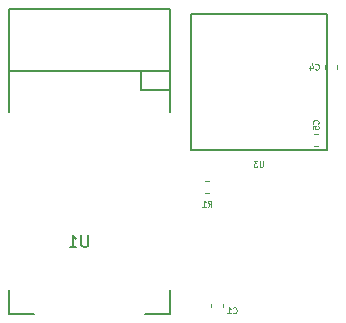
<source format=gbo>
G04 #@! TF.GenerationSoftware,KiCad,Pcbnew,(5.0.2)-1*
G04 #@! TF.CreationDate,2019-05-31T16:15:03-05:00*
G04 #@! TF.ProjectId,ppg,7070672e-6b69-4636-9164-5f7063625858,V01*
G04 #@! TF.SameCoordinates,Original*
G04 #@! TF.FileFunction,Legend,Bot*
G04 #@! TF.FilePolarity,Positive*
%FSLAX46Y46*%
G04 Gerber Fmt 4.6, Leading zero omitted, Abs format (unit mm)*
G04 Created by KiCad (PCBNEW (5.0.2)-1) date 5/31/2019 4:15:03 PM*
%MOMM*%
%LPD*%
G01*
G04 APERTURE LIST*
%ADD10C,0.120000*%
%ADD11C,0.150000*%
%ADD12C,0.088900*%
%ADD13C,0.050000*%
G04 APERTURE END LIST*
D10*
G04 #@! TO.C,C1*
X125440000Y-117254721D02*
X125440000Y-117580279D01*
X124420000Y-117254721D02*
X124420000Y-117580279D01*
G04 #@! TO.C,C4*
X134120000Y-97059721D02*
X134120000Y-97385279D01*
X135140000Y-97059721D02*
X135140000Y-97385279D01*
G04 #@! TO.C,C5*
X133490279Y-102900000D02*
X133164721Y-102900000D01*
X133490279Y-103920000D02*
X133164721Y-103920000D01*
G04 #@! TO.C,R1*
X123947221Y-107890000D02*
X124272779Y-107890000D01*
X123947221Y-106870000D02*
X124272779Y-106870000D01*
D11*
G04 #@! TO.C,U1*
X120960000Y-99170000D02*
X118560000Y-99170000D01*
X118560000Y-99170000D02*
X118560000Y-97570000D01*
X120960000Y-97570000D02*
X107360000Y-97570000D01*
X120960000Y-101070000D02*
X120960000Y-92270000D01*
X120960000Y-92270000D02*
X107360000Y-92270000D01*
X107360000Y-92270000D02*
X107360000Y-101070000D01*
X109460000Y-118170000D02*
X107360000Y-118170000D01*
X107360000Y-118170000D02*
X107360000Y-116070000D01*
X118860000Y-118170000D02*
X120960000Y-118170000D01*
X120960000Y-118170000D02*
X120960000Y-116070000D01*
G04 #@! TO.C,U3*
X122776000Y-104226000D02*
X134276000Y-104226000D01*
X122776000Y-104226000D02*
X122776000Y-92726000D01*
X122776000Y-92726000D02*
X134276000Y-92726000D01*
X134276000Y-92726000D02*
X134276000Y-104226000D01*
G04 #@! TO.C,C1*
D12*
X126321333Y-118034571D02*
X126345142Y-118058380D01*
X126416571Y-118082190D01*
X126464190Y-118082190D01*
X126535619Y-118058380D01*
X126583238Y-118010761D01*
X126607047Y-117963142D01*
X126630857Y-117867904D01*
X126630857Y-117796476D01*
X126607047Y-117701238D01*
X126583238Y-117653619D01*
X126535619Y-117606000D01*
X126464190Y-117582190D01*
X126416571Y-117582190D01*
X126345142Y-117606000D01*
X126321333Y-117629809D01*
X125845142Y-118082190D02*
X126130857Y-118082190D01*
X125988000Y-118082190D02*
X125988000Y-117582190D01*
X126035619Y-117653619D01*
X126083238Y-117701238D01*
X126130857Y-117725047D01*
G04 #@! TO.C,C4*
X133283333Y-97401071D02*
X133307142Y-97424880D01*
X133378571Y-97448690D01*
X133426190Y-97448690D01*
X133497619Y-97424880D01*
X133545238Y-97377261D01*
X133569047Y-97329642D01*
X133592857Y-97234404D01*
X133592857Y-97162976D01*
X133569047Y-97067738D01*
X133545238Y-97020119D01*
X133497619Y-96972500D01*
X133426190Y-96948690D01*
X133378571Y-96948690D01*
X133307142Y-96972500D01*
X133283333Y-96996309D01*
X132854761Y-97115357D02*
X132854761Y-97448690D01*
X132973809Y-96924880D02*
X133092857Y-97282023D01*
X132783333Y-97282023D01*
G04 #@! TO.C,C5*
X133528571Y-102024666D02*
X133552380Y-102000857D01*
X133576190Y-101929428D01*
X133576190Y-101881809D01*
X133552380Y-101810380D01*
X133504761Y-101762761D01*
X133457142Y-101738952D01*
X133361904Y-101715142D01*
X133290476Y-101715142D01*
X133195238Y-101738952D01*
X133147619Y-101762761D01*
X133100000Y-101810380D01*
X133076190Y-101881809D01*
X133076190Y-101929428D01*
X133100000Y-102000857D01*
X133123809Y-102024666D01*
X133076190Y-102477047D02*
X133076190Y-102238952D01*
X133314285Y-102215142D01*
X133290476Y-102238952D01*
X133266666Y-102286571D01*
X133266666Y-102405619D01*
X133290476Y-102453238D01*
X133314285Y-102477047D01*
X133361904Y-102500857D01*
X133480952Y-102500857D01*
X133528571Y-102477047D01*
X133552380Y-102453238D01*
X133576190Y-102405619D01*
X133576190Y-102286571D01*
X133552380Y-102238952D01*
X133528571Y-102215142D01*
G04 #@! TO.C,R1*
X124193333Y-109036190D02*
X124360000Y-108798095D01*
X124479047Y-109036190D02*
X124479047Y-108536190D01*
X124288571Y-108536190D01*
X124240952Y-108560000D01*
X124217142Y-108583809D01*
X124193333Y-108631428D01*
X124193333Y-108702857D01*
X124217142Y-108750476D01*
X124240952Y-108774285D01*
X124288571Y-108798095D01*
X124479047Y-108798095D01*
X123717142Y-109036190D02*
X124002857Y-109036190D01*
X123860000Y-109036190D02*
X123860000Y-108536190D01*
X123907619Y-108607619D01*
X123955238Y-108655238D01*
X124002857Y-108679047D01*
G04 #@! TO.C,U1*
D11*
X114045904Y-111466380D02*
X114045904Y-112275904D01*
X113998285Y-112371142D01*
X113950666Y-112418761D01*
X113855428Y-112466380D01*
X113664952Y-112466380D01*
X113569714Y-112418761D01*
X113522095Y-112371142D01*
X113474476Y-112275904D01*
X113474476Y-111466380D01*
X112474476Y-112466380D02*
X113045904Y-112466380D01*
X112760190Y-112466380D02*
X112760190Y-111466380D01*
X112855428Y-111609238D01*
X112950666Y-111704476D01*
X113045904Y-111752095D01*
G04 #@! TO.C,U3*
D13*
X128846952Y-105192190D02*
X128846952Y-105596952D01*
X128823142Y-105644571D01*
X128799333Y-105668380D01*
X128751714Y-105692190D01*
X128656476Y-105692190D01*
X128608857Y-105668380D01*
X128585047Y-105644571D01*
X128561238Y-105596952D01*
X128561238Y-105192190D01*
X128370761Y-105192190D02*
X128061238Y-105192190D01*
X128227904Y-105382666D01*
X128156476Y-105382666D01*
X128108857Y-105406476D01*
X128085047Y-105430285D01*
X128061238Y-105477904D01*
X128061238Y-105596952D01*
X128085047Y-105644571D01*
X128108857Y-105668380D01*
X128156476Y-105692190D01*
X128299333Y-105692190D01*
X128346952Y-105668380D01*
X128370761Y-105644571D01*
G04 #@! TD*
M02*

</source>
